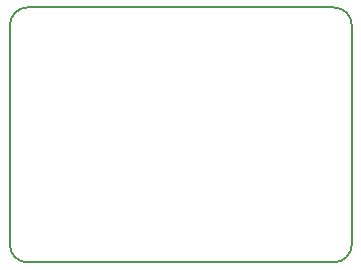
<source format=gbr>
G04 #@! TF.GenerationSoftware,KiCad,Pcbnew,5.0.1-33cea8e~67~ubuntu18.04.1*
G04 #@! TF.CreationDate,2018-12-04T13:55:11-08:00*
G04 #@! TF.ProjectId,snooping-board,736E6F6F70696E672D626F6172642E6B,rev?*
G04 #@! TF.SameCoordinates,Original*
G04 #@! TF.FileFunction,Profile,NP*
%FSLAX46Y46*%
G04 Gerber Fmt 4.6, Leading zero omitted, Abs format (unit mm)*
G04 Created by KiCad (PCBNEW 5.0.1-33cea8e~67~ubuntu18.04.1) date Tue 04 Dec 2018 01:55:11 PM PST*
%MOMM*%
%LPD*%
G01*
G04 APERTURE LIST*
%ADD10C,0.200000*%
G04 APERTURE END LIST*
D10*
X159258000Y-106934000D02*
G75*
G02X157734000Y-108458000I-1524000J0D01*
G01*
X131826000Y-108458000D02*
G75*
G02X130302000Y-106934000I0J1524000D01*
G01*
X130302000Y-88392000D02*
G75*
G02X131826000Y-86868000I1524000J0D01*
G01*
X157734000Y-86868000D02*
G75*
G02X159258000Y-88392000I0J-1524000D01*
G01*
X131826000Y-108458000D02*
X157734000Y-108458000D01*
X130302000Y-88392000D02*
X130302000Y-106934000D01*
X159258000Y-88392000D02*
X159258000Y-106934000D01*
X131826000Y-86868000D02*
X157734000Y-86868000D01*
M02*

</source>
